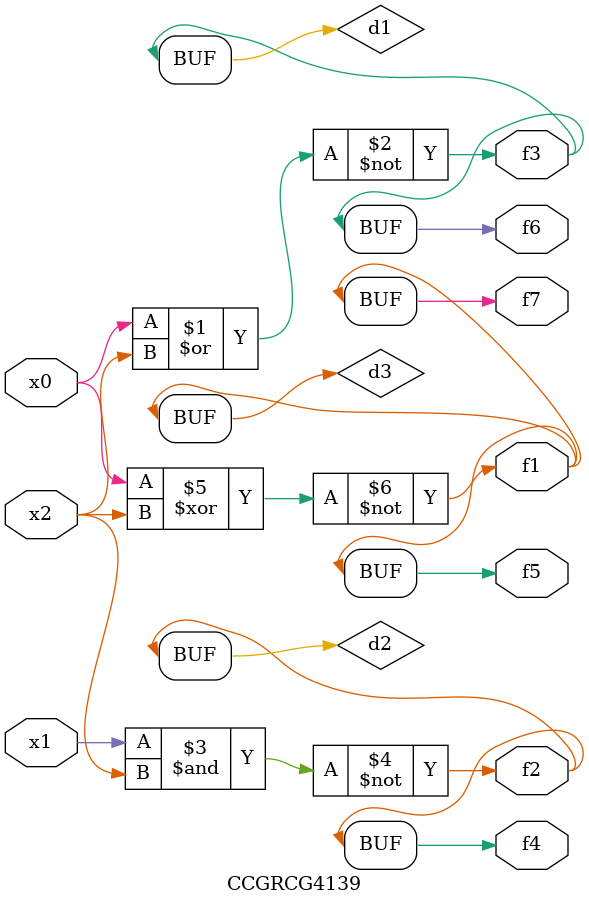
<source format=v>
module CCGRCG4139(
	input x0, x1, x2,
	output f1, f2, f3, f4, f5, f6, f7
);

	wire d1, d2, d3;

	nor (d1, x0, x2);
	nand (d2, x1, x2);
	xnor (d3, x0, x2);
	assign f1 = d3;
	assign f2 = d2;
	assign f3 = d1;
	assign f4 = d2;
	assign f5 = d3;
	assign f6 = d1;
	assign f7 = d3;
endmodule

</source>
